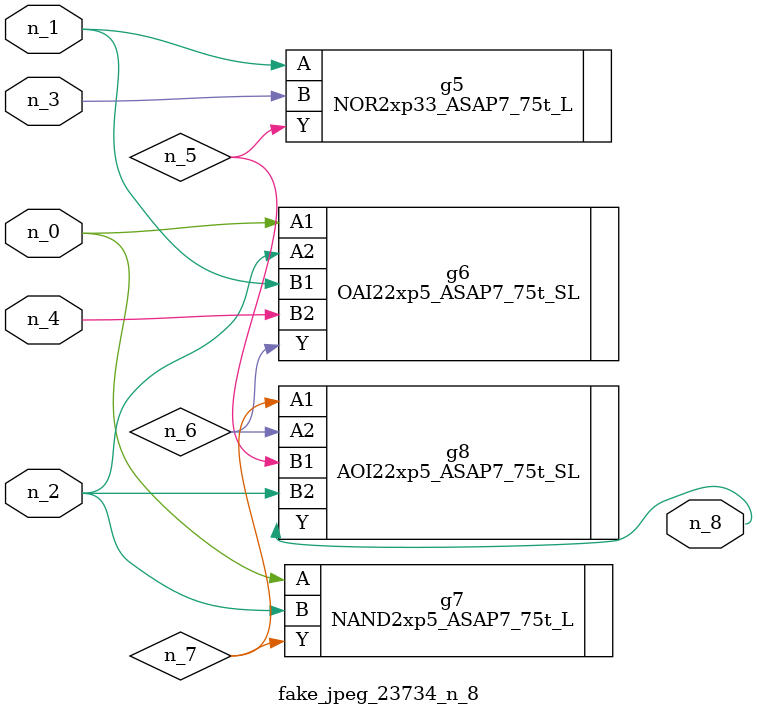
<source format=v>
module fake_jpeg_23734_n_8 (n_3, n_2, n_1, n_0, n_4, n_8);

input n_3;
input n_2;
input n_1;
input n_0;
input n_4;

output n_8;

wire n_6;
wire n_5;
wire n_7;

NOR2xp33_ASAP7_75t_L g5 ( 
.A(n_1),
.B(n_3),
.Y(n_5)
);

OAI22xp5_ASAP7_75t_SL g6 ( 
.A1(n_0),
.A2(n_2),
.B1(n_1),
.B2(n_4),
.Y(n_6)
);

NAND2xp5_ASAP7_75t_L g7 ( 
.A(n_0),
.B(n_2),
.Y(n_7)
);

AOI22xp5_ASAP7_75t_SL g8 ( 
.A1(n_7),
.A2(n_6),
.B1(n_5),
.B2(n_2),
.Y(n_8)
);


endmodule
</source>
